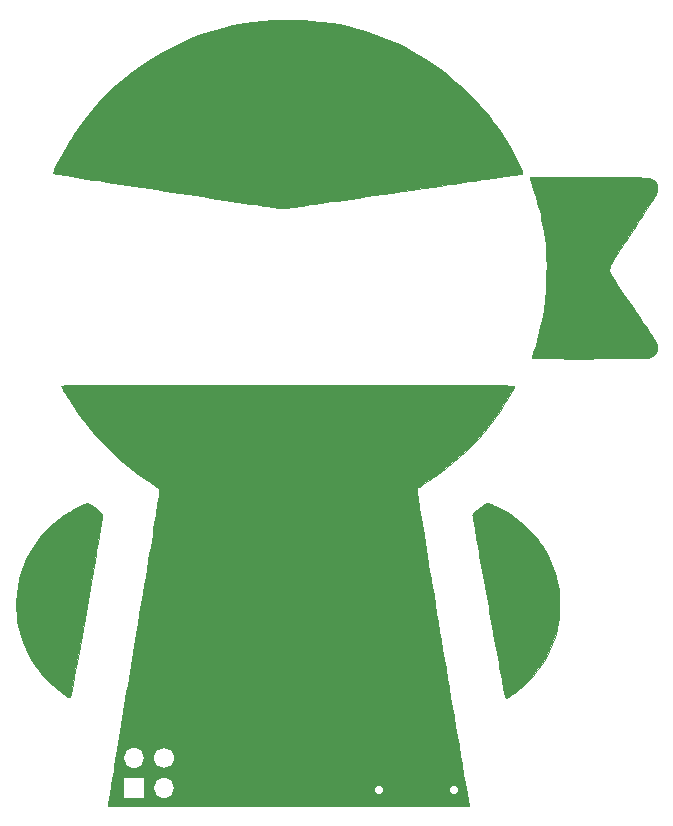
<source format=gbr>
G04 #@! TF.GenerationSoftware,KiCad,Pcbnew,(5.1.5)-3*
G04 #@! TF.CreationDate,2020-08-11T16:55:22+02:00*
G04 #@! TF.ProjectId,Badge addon Ninja prize,42616467-6520-4616-9464-6f6e204e696e,rev?*
G04 #@! TF.SameCoordinates,Original*
G04 #@! TF.FileFunction,Legend,Top*
G04 #@! TF.FilePolarity,Positive*
%FSLAX46Y46*%
G04 Gerber Fmt 4.6, Leading zero omitted, Abs format (unit mm)*
G04 Created by KiCad (PCBNEW (5.1.5)-3) date 2020-08-11 16:55:22*
%MOMM*%
%LPD*%
G04 APERTURE LIST*
%ADD10C,0.010000*%
%ADD11C,0.704800*%
%ADD12R,1.700000X1.700000*%
%ADD13O,1.700000X1.700000*%
%ADD14C,1.700000*%
G04 APERTURE END LIST*
D10*
G36*
X89842488Y-66393660D02*
G01*
X90722875Y-66429593D01*
X91184084Y-66462721D01*
X92140939Y-66562951D01*
X93086208Y-66703896D01*
X94019740Y-66885507D01*
X94941385Y-67107741D01*
X95850994Y-67370550D01*
X96748415Y-67673890D01*
X97633501Y-68017714D01*
X98506099Y-68401977D01*
X99366062Y-68826633D01*
X99936500Y-69134514D01*
X100660142Y-69558169D01*
X101373657Y-70014485D01*
X102072495Y-70499918D01*
X102752108Y-71010926D01*
X103407947Y-71543965D01*
X104035463Y-72095493D01*
X104630107Y-72661967D01*
X105135387Y-73183756D01*
X105692768Y-73802289D01*
X106212572Y-74420056D01*
X106699013Y-75043066D01*
X107156301Y-75677326D01*
X107588648Y-76328845D01*
X108000267Y-77003631D01*
X108395369Y-77707692D01*
X108658034Y-78208750D01*
X108786463Y-78462824D01*
X108894510Y-78681928D01*
X108982940Y-78867763D01*
X109052520Y-79022030D01*
X109104015Y-79146430D01*
X109138193Y-79242665D01*
X109155820Y-79312437D01*
X109156193Y-79314710D01*
X109162592Y-79372009D01*
X109154459Y-79402557D01*
X109127016Y-79420798D01*
X109120131Y-79423696D01*
X109089429Y-79430765D01*
X109021176Y-79442984D01*
X108919753Y-79459673D01*
X108789539Y-79480154D01*
X108634913Y-79503749D01*
X108460256Y-79529778D01*
X108269947Y-79557563D01*
X108085667Y-79583970D01*
X107967239Y-79600882D01*
X107809442Y-79623562D01*
X107614794Y-79651644D01*
X107385812Y-79684763D01*
X107125013Y-79722550D01*
X106834915Y-79764642D01*
X106518036Y-79810670D01*
X106176892Y-79860269D01*
X105814002Y-79913073D01*
X105431883Y-79968715D01*
X105033052Y-80026829D01*
X104620028Y-80087050D01*
X104195326Y-80149009D01*
X103761466Y-80212342D01*
X103320963Y-80276682D01*
X102876337Y-80341663D01*
X102614084Y-80380009D01*
X101638952Y-80522584D01*
X100705079Y-80659059D01*
X99811843Y-80789524D01*
X98958626Y-80914068D01*
X98144806Y-81032779D01*
X97369763Y-81145747D01*
X96632877Y-81253061D01*
X95933528Y-81354810D01*
X95271095Y-81451083D01*
X94644959Y-81541969D01*
X94054498Y-81627557D01*
X93499093Y-81707936D01*
X92978124Y-81783196D01*
X92490969Y-81853424D01*
X92037009Y-81918711D01*
X91615624Y-81979145D01*
X91226193Y-82034815D01*
X90868096Y-82085811D01*
X90540713Y-82132222D01*
X90243423Y-82174135D01*
X89975607Y-82211642D01*
X89736644Y-82244830D01*
X89525913Y-82273789D01*
X89342794Y-82298607D01*
X89186668Y-82319374D01*
X89056914Y-82336179D01*
X88952911Y-82349111D01*
X88874040Y-82358259D01*
X88819679Y-82363712D01*
X88789210Y-82365559D01*
X88784908Y-82365444D01*
X88745854Y-82360945D01*
X88680918Y-82351941D01*
X88622917Y-82343252D01*
X88581408Y-82336937D01*
X88501659Y-82324906D01*
X88387298Y-82307703D01*
X88241953Y-82285871D01*
X88069251Y-82259956D01*
X87872821Y-82230500D01*
X87656291Y-82198050D01*
X87423288Y-82163147D01*
X87177441Y-82126338D01*
X86949778Y-82092266D01*
X86515341Y-82027139D01*
X86049069Y-81957010D01*
X85553460Y-81882264D01*
X85031013Y-81803284D01*
X84484228Y-81720454D01*
X83915602Y-81634158D01*
X83327635Y-81544781D01*
X82722826Y-81452706D01*
X82103674Y-81358316D01*
X81472677Y-81261997D01*
X80832334Y-81164132D01*
X80185144Y-81065104D01*
X79533606Y-80965299D01*
X78880218Y-80865099D01*
X78227481Y-80764889D01*
X77577891Y-80665053D01*
X76933949Y-80565974D01*
X76298154Y-80468037D01*
X75673003Y-80371625D01*
X75060996Y-80277123D01*
X74464631Y-80184914D01*
X73886409Y-80095382D01*
X73328826Y-80008912D01*
X72794383Y-79925887D01*
X72285578Y-79846691D01*
X71804910Y-79771708D01*
X71354877Y-79701322D01*
X70937980Y-79635918D01*
X70556715Y-79575878D01*
X70213583Y-79521587D01*
X70059750Y-79497140D01*
X69903245Y-79471774D01*
X69760227Y-79447729D01*
X69636073Y-79425977D01*
X69536159Y-79407492D01*
X69465862Y-79393246D01*
X69430559Y-79384213D01*
X69427709Y-79382780D01*
X69423568Y-79351429D01*
X69440112Y-79286054D01*
X69476205Y-79188902D01*
X69530707Y-79062224D01*
X69602480Y-78908268D01*
X69690387Y-78729283D01*
X69793288Y-78527519D01*
X69910046Y-78305224D01*
X70039521Y-78064648D01*
X70180577Y-77808039D01*
X70332075Y-77537647D01*
X70492875Y-77255720D01*
X70584323Y-77097500D01*
X70800639Y-76730425D01*
X71007610Y-76391349D01*
X71210674Y-76072358D01*
X71415275Y-75765536D01*
X71626853Y-75462968D01*
X71850848Y-75156741D01*
X72092703Y-74838940D01*
X72357858Y-74501649D01*
X72436581Y-74403182D01*
X72829636Y-73923216D01*
X73212502Y-73477119D01*
X73590741Y-73059467D01*
X73969915Y-72664836D01*
X74355587Y-72287801D01*
X74753321Y-71922937D01*
X75168678Y-71564822D01*
X75607222Y-71208030D01*
X76074515Y-70847136D01*
X76113417Y-70817843D01*
X76910709Y-70243356D01*
X77720356Y-69709311D01*
X78542783Y-69215530D01*
X79378414Y-68761840D01*
X80227676Y-68348062D01*
X81090992Y-67974022D01*
X81968788Y-67639543D01*
X82861488Y-67344448D01*
X83769518Y-67088563D01*
X84693302Y-66871711D01*
X85633265Y-66693715D01*
X86316153Y-66590084D01*
X87180727Y-66490418D01*
X88062550Y-66424304D01*
X88952759Y-66391974D01*
X89842488Y-66393660D01*
G37*
X89842488Y-66393660D02*
X90722875Y-66429593D01*
X91184084Y-66462721D01*
X92140939Y-66562951D01*
X93086208Y-66703896D01*
X94019740Y-66885507D01*
X94941385Y-67107741D01*
X95850994Y-67370550D01*
X96748415Y-67673890D01*
X97633501Y-68017714D01*
X98506099Y-68401977D01*
X99366062Y-68826633D01*
X99936500Y-69134514D01*
X100660142Y-69558169D01*
X101373657Y-70014485D01*
X102072495Y-70499918D01*
X102752108Y-71010926D01*
X103407947Y-71543965D01*
X104035463Y-72095493D01*
X104630107Y-72661967D01*
X105135387Y-73183756D01*
X105692768Y-73802289D01*
X106212572Y-74420056D01*
X106699013Y-75043066D01*
X107156301Y-75677326D01*
X107588648Y-76328845D01*
X108000267Y-77003631D01*
X108395369Y-77707692D01*
X108658034Y-78208750D01*
X108786463Y-78462824D01*
X108894510Y-78681928D01*
X108982940Y-78867763D01*
X109052520Y-79022030D01*
X109104015Y-79146430D01*
X109138193Y-79242665D01*
X109155820Y-79312437D01*
X109156193Y-79314710D01*
X109162592Y-79372009D01*
X109154459Y-79402557D01*
X109127016Y-79420798D01*
X109120131Y-79423696D01*
X109089429Y-79430765D01*
X109021176Y-79442984D01*
X108919753Y-79459673D01*
X108789539Y-79480154D01*
X108634913Y-79503749D01*
X108460256Y-79529778D01*
X108269947Y-79557563D01*
X108085667Y-79583970D01*
X107967239Y-79600882D01*
X107809442Y-79623562D01*
X107614794Y-79651644D01*
X107385812Y-79684763D01*
X107125013Y-79722550D01*
X106834915Y-79764642D01*
X106518036Y-79810670D01*
X106176892Y-79860269D01*
X105814002Y-79913073D01*
X105431883Y-79968715D01*
X105033052Y-80026829D01*
X104620028Y-80087050D01*
X104195326Y-80149009D01*
X103761466Y-80212342D01*
X103320963Y-80276682D01*
X102876337Y-80341663D01*
X102614084Y-80380009D01*
X101638952Y-80522584D01*
X100705079Y-80659059D01*
X99811843Y-80789524D01*
X98958626Y-80914068D01*
X98144806Y-81032779D01*
X97369763Y-81145747D01*
X96632877Y-81253061D01*
X95933528Y-81354810D01*
X95271095Y-81451083D01*
X94644959Y-81541969D01*
X94054498Y-81627557D01*
X93499093Y-81707936D01*
X92978124Y-81783196D01*
X92490969Y-81853424D01*
X92037009Y-81918711D01*
X91615624Y-81979145D01*
X91226193Y-82034815D01*
X90868096Y-82085811D01*
X90540713Y-82132222D01*
X90243423Y-82174135D01*
X89975607Y-82211642D01*
X89736644Y-82244830D01*
X89525913Y-82273789D01*
X89342794Y-82298607D01*
X89186668Y-82319374D01*
X89056914Y-82336179D01*
X88952911Y-82349111D01*
X88874040Y-82358259D01*
X88819679Y-82363712D01*
X88789210Y-82365559D01*
X88784908Y-82365444D01*
X88745854Y-82360945D01*
X88680918Y-82351941D01*
X88622917Y-82343252D01*
X88581408Y-82336937D01*
X88501659Y-82324906D01*
X88387298Y-82307703D01*
X88241953Y-82285871D01*
X88069251Y-82259956D01*
X87872821Y-82230500D01*
X87656291Y-82198050D01*
X87423288Y-82163147D01*
X87177441Y-82126338D01*
X86949778Y-82092266D01*
X86515341Y-82027139D01*
X86049069Y-81957010D01*
X85553460Y-81882264D01*
X85031013Y-81803284D01*
X84484228Y-81720454D01*
X83915602Y-81634158D01*
X83327635Y-81544781D01*
X82722826Y-81452706D01*
X82103674Y-81358316D01*
X81472677Y-81261997D01*
X80832334Y-81164132D01*
X80185144Y-81065104D01*
X79533606Y-80965299D01*
X78880218Y-80865099D01*
X78227481Y-80764889D01*
X77577891Y-80665053D01*
X76933949Y-80565974D01*
X76298154Y-80468037D01*
X75673003Y-80371625D01*
X75060996Y-80277123D01*
X74464631Y-80184914D01*
X73886409Y-80095382D01*
X73328826Y-80008912D01*
X72794383Y-79925887D01*
X72285578Y-79846691D01*
X71804910Y-79771708D01*
X71354877Y-79701322D01*
X70937980Y-79635918D01*
X70556715Y-79575878D01*
X70213583Y-79521587D01*
X70059750Y-79497140D01*
X69903245Y-79471774D01*
X69760227Y-79447729D01*
X69636073Y-79425977D01*
X69536159Y-79407492D01*
X69465862Y-79393246D01*
X69430559Y-79384213D01*
X69427709Y-79382780D01*
X69423568Y-79351429D01*
X69440112Y-79286054D01*
X69476205Y-79188902D01*
X69530707Y-79062224D01*
X69602480Y-78908268D01*
X69690387Y-78729283D01*
X69793288Y-78527519D01*
X69910046Y-78305224D01*
X70039521Y-78064648D01*
X70180577Y-77808039D01*
X70332075Y-77537647D01*
X70492875Y-77255720D01*
X70584323Y-77097500D01*
X70800639Y-76730425D01*
X71007610Y-76391349D01*
X71210674Y-76072358D01*
X71415275Y-75765536D01*
X71626853Y-75462968D01*
X71850848Y-75156741D01*
X72092703Y-74838940D01*
X72357858Y-74501649D01*
X72436581Y-74403182D01*
X72829636Y-73923216D01*
X73212502Y-73477119D01*
X73590741Y-73059467D01*
X73969915Y-72664836D01*
X74355587Y-72287801D01*
X74753321Y-71922937D01*
X75168678Y-71564822D01*
X75607222Y-71208030D01*
X76074515Y-70847136D01*
X76113417Y-70817843D01*
X76910709Y-70243356D01*
X77720356Y-69709311D01*
X78542783Y-69215530D01*
X79378414Y-68761840D01*
X80227676Y-68348062D01*
X81090992Y-67974022D01*
X81968788Y-67639543D01*
X82861488Y-67344448D01*
X83769518Y-67088563D01*
X84693302Y-66871711D01*
X85633265Y-66693715D01*
X86316153Y-66590084D01*
X87180727Y-66490418D01*
X88062550Y-66424304D01*
X88952759Y-66391974D01*
X89842488Y-66393660D01*
G36*
X113230518Y-79704749D02*
G01*
X113602712Y-79704974D01*
X113979117Y-79705417D01*
X114356800Y-79706077D01*
X114732827Y-79706953D01*
X115104267Y-79708043D01*
X115468187Y-79709346D01*
X115821655Y-79710862D01*
X116161738Y-79712589D01*
X116485503Y-79714525D01*
X116790018Y-79716671D01*
X117072351Y-79719024D01*
X117329569Y-79721584D01*
X117388417Y-79722243D01*
X117769445Y-79726792D01*
X118110649Y-79731338D01*
X118414536Y-79736040D01*
X118683615Y-79741056D01*
X118920394Y-79746547D01*
X119127380Y-79752670D01*
X119307083Y-79759587D01*
X119462011Y-79767455D01*
X119594671Y-79776434D01*
X119707572Y-79786683D01*
X119803222Y-79798362D01*
X119884129Y-79811630D01*
X119952802Y-79826646D01*
X120011749Y-79843569D01*
X120063478Y-79862559D01*
X120110497Y-79883775D01*
X120135681Y-79896675D01*
X120246912Y-79970439D01*
X120353903Y-80067357D01*
X120446065Y-80175997D01*
X120512805Y-80284930D01*
X120527734Y-80319765D01*
X120577956Y-80500709D01*
X120590286Y-80678035D01*
X120564190Y-80856660D01*
X120499137Y-81041503D01*
X120435906Y-81166959D01*
X120365190Y-81291575D01*
X120285686Y-81427572D01*
X120196196Y-81576817D01*
X120095522Y-81741176D01*
X119982465Y-81922516D01*
X119855826Y-82122703D01*
X119714407Y-82343602D01*
X119557009Y-82587081D01*
X119382434Y-82855005D01*
X119189483Y-83149239D01*
X118976957Y-83471652D01*
X118743658Y-83824108D01*
X118488387Y-84208474D01*
X118318642Y-84463500D01*
X118094756Y-84799897D01*
X117893199Y-85103390D01*
X117712590Y-85376145D01*
X117551549Y-85620327D01*
X117408693Y-85838103D01*
X117282642Y-86031639D01*
X117172014Y-86203101D01*
X117075430Y-86354654D01*
X116991507Y-86488465D01*
X116918865Y-86606700D01*
X116856122Y-86711525D01*
X116801898Y-86805106D01*
X116754811Y-86889609D01*
X116713480Y-86967200D01*
X116678902Y-87035250D01*
X116598943Y-87204723D01*
X116542672Y-87346761D01*
X116509180Y-87468385D01*
X116497560Y-87576614D01*
X116506902Y-87678468D01*
X116536298Y-87780967D01*
X116571662Y-87863976D01*
X116594048Y-87907212D01*
X116627967Y-87966281D01*
X116674263Y-88042441D01*
X116733780Y-88136946D01*
X116807364Y-88251054D01*
X116895858Y-88386020D01*
X117000107Y-88543101D01*
X117120955Y-88723551D01*
X117259246Y-88928628D01*
X117415826Y-89159588D01*
X117591537Y-89417686D01*
X117787226Y-89704179D01*
X118003735Y-90020322D01*
X118241909Y-90367372D01*
X118502594Y-90746585D01*
X118786632Y-91159216D01*
X118796355Y-91173333D01*
X119010728Y-91485073D01*
X119214729Y-91782729D01*
X119407112Y-92064446D01*
X119586633Y-92328368D01*
X119752047Y-92572640D01*
X119902107Y-92795407D01*
X120035567Y-92994813D01*
X120151184Y-93169003D01*
X120247711Y-93316123D01*
X120323902Y-93434316D01*
X120378513Y-93521728D01*
X120410297Y-93576502D01*
X120412548Y-93580852D01*
X120482885Y-93763049D01*
X120524886Y-93974704D01*
X120538051Y-94189583D01*
X120532028Y-94363401D01*
X120509215Y-94503868D01*
X120465660Y-94617973D01*
X120397411Y-94712705D01*
X120300516Y-94795053D01*
X120171024Y-94872005D01*
X120144530Y-94885532D01*
X120034976Y-94935582D01*
X119925195Y-94974283D01*
X119804747Y-95004212D01*
X119663192Y-95027949D01*
X119490088Y-95048072D01*
X119483917Y-95048684D01*
X119434519Y-95051473D01*
X119345337Y-95054171D01*
X119218922Y-95056774D01*
X119057822Y-95059275D01*
X118864587Y-95061670D01*
X118641768Y-95063952D01*
X118391913Y-95066117D01*
X118117572Y-95068159D01*
X117821295Y-95070072D01*
X117505632Y-95071850D01*
X117173133Y-95073490D01*
X116826346Y-95074984D01*
X116467821Y-95076327D01*
X116100109Y-95077515D01*
X115725758Y-95078541D01*
X115347319Y-95079400D01*
X114967342Y-95080086D01*
X114588374Y-95080595D01*
X114212968Y-95080920D01*
X113843671Y-95081056D01*
X113483034Y-95080998D01*
X113133607Y-95080740D01*
X112797938Y-95080277D01*
X112478578Y-95079602D01*
X112178077Y-95078712D01*
X111898983Y-95077600D01*
X111643847Y-95076260D01*
X111415218Y-95074688D01*
X111215647Y-95072877D01*
X111047681Y-95070823D01*
X110913872Y-95068520D01*
X110858500Y-95067218D01*
X110692639Y-95062445D01*
X110534033Y-95057203D01*
X110389476Y-95051770D01*
X110265763Y-95046420D01*
X110169688Y-95041431D01*
X110108046Y-95037078D01*
X110101792Y-95036455D01*
X110046098Y-95029856D01*
X110006418Y-95020103D01*
X109982390Y-95001770D01*
X109973654Y-94969434D01*
X109979847Y-94917668D01*
X110000608Y-94841048D01*
X110035575Y-94734149D01*
X110074135Y-94621434D01*
X110172330Y-94321195D01*
X110273913Y-93983667D01*
X110377688Y-93613645D01*
X110482461Y-93215926D01*
X110587038Y-92795306D01*
X110690223Y-92356579D01*
X110790822Y-91904542D01*
X110887640Y-91443990D01*
X110973272Y-91012074D01*
X111026076Y-90698716D01*
X111071940Y-90343687D01*
X111110857Y-89947077D01*
X111142822Y-89508977D01*
X111167830Y-89029478D01*
X111185874Y-88508668D01*
X111196950Y-87946640D01*
X111201051Y-87343483D01*
X111201069Y-87321000D01*
X111200092Y-86957124D01*
X111196393Y-86628973D01*
X111189485Y-86330001D01*
X111178879Y-86053657D01*
X111164087Y-85793393D01*
X111144623Y-85542662D01*
X111119998Y-85294914D01*
X111089725Y-85043601D01*
X111053316Y-84782175D01*
X111010283Y-84504087D01*
X110975648Y-84294167D01*
X110911461Y-83927977D01*
X110844184Y-83575158D01*
X110772299Y-83229691D01*
X110694289Y-82885557D01*
X110608636Y-82536737D01*
X110513822Y-82177212D01*
X110408330Y-81800963D01*
X110290642Y-81401971D01*
X110159240Y-80974217D01*
X110056532Y-80648951D01*
X110000166Y-80471190D01*
X109947819Y-80304223D01*
X109900924Y-80152768D01*
X109860917Y-80021541D01*
X109829231Y-79915257D01*
X109807303Y-79838635D01*
X109796566Y-79796389D01*
X109795793Y-79791701D01*
X109789584Y-79732750D01*
X110160000Y-79719454D01*
X110252938Y-79716976D01*
X110385277Y-79714730D01*
X110554082Y-79712714D01*
X110756424Y-79710927D01*
X110989367Y-79709368D01*
X111249981Y-79708037D01*
X111535333Y-79706931D01*
X111842490Y-79706050D01*
X112168519Y-79705392D01*
X112510488Y-79704957D01*
X112865465Y-79704743D01*
X113230518Y-79704749D01*
G37*
X113230518Y-79704749D02*
X113602712Y-79704974D01*
X113979117Y-79705417D01*
X114356800Y-79706077D01*
X114732827Y-79706953D01*
X115104267Y-79708043D01*
X115468187Y-79709346D01*
X115821655Y-79710862D01*
X116161738Y-79712589D01*
X116485503Y-79714525D01*
X116790018Y-79716671D01*
X117072351Y-79719024D01*
X117329569Y-79721584D01*
X117388417Y-79722243D01*
X117769445Y-79726792D01*
X118110649Y-79731338D01*
X118414536Y-79736040D01*
X118683615Y-79741056D01*
X118920394Y-79746547D01*
X119127380Y-79752670D01*
X119307083Y-79759587D01*
X119462011Y-79767455D01*
X119594671Y-79776434D01*
X119707572Y-79786683D01*
X119803222Y-79798362D01*
X119884129Y-79811630D01*
X119952802Y-79826646D01*
X120011749Y-79843569D01*
X120063478Y-79862559D01*
X120110497Y-79883775D01*
X120135681Y-79896675D01*
X120246912Y-79970439D01*
X120353903Y-80067357D01*
X120446065Y-80175997D01*
X120512805Y-80284930D01*
X120527734Y-80319765D01*
X120577956Y-80500709D01*
X120590286Y-80678035D01*
X120564190Y-80856660D01*
X120499137Y-81041503D01*
X120435906Y-81166959D01*
X120365190Y-81291575D01*
X120285686Y-81427572D01*
X120196196Y-81576817D01*
X120095522Y-81741176D01*
X119982465Y-81922516D01*
X119855826Y-82122703D01*
X119714407Y-82343602D01*
X119557009Y-82587081D01*
X119382434Y-82855005D01*
X119189483Y-83149239D01*
X118976957Y-83471652D01*
X118743658Y-83824108D01*
X118488387Y-84208474D01*
X118318642Y-84463500D01*
X118094756Y-84799897D01*
X117893199Y-85103390D01*
X117712590Y-85376145D01*
X117551549Y-85620327D01*
X117408693Y-85838103D01*
X117282642Y-86031639D01*
X117172014Y-86203101D01*
X117075430Y-86354654D01*
X116991507Y-86488465D01*
X116918865Y-86606700D01*
X116856122Y-86711525D01*
X116801898Y-86805106D01*
X116754811Y-86889609D01*
X116713480Y-86967200D01*
X116678902Y-87035250D01*
X116598943Y-87204723D01*
X116542672Y-87346761D01*
X116509180Y-87468385D01*
X116497560Y-87576614D01*
X116506902Y-87678468D01*
X116536298Y-87780967D01*
X116571662Y-87863976D01*
X116594048Y-87907212D01*
X116627967Y-87966281D01*
X116674263Y-88042441D01*
X116733780Y-88136946D01*
X116807364Y-88251054D01*
X116895858Y-88386020D01*
X117000107Y-88543101D01*
X117120955Y-88723551D01*
X117259246Y-88928628D01*
X117415826Y-89159588D01*
X117591537Y-89417686D01*
X117787226Y-89704179D01*
X118003735Y-90020322D01*
X118241909Y-90367372D01*
X118502594Y-90746585D01*
X118786632Y-91159216D01*
X118796355Y-91173333D01*
X119010728Y-91485073D01*
X119214729Y-91782729D01*
X119407112Y-92064446D01*
X119586633Y-92328368D01*
X119752047Y-92572640D01*
X119902107Y-92795407D01*
X120035567Y-92994813D01*
X120151184Y-93169003D01*
X120247711Y-93316123D01*
X120323902Y-93434316D01*
X120378513Y-93521728D01*
X120410297Y-93576502D01*
X120412548Y-93580852D01*
X120482885Y-93763049D01*
X120524886Y-93974704D01*
X120538051Y-94189583D01*
X120532028Y-94363401D01*
X120509215Y-94503868D01*
X120465660Y-94617973D01*
X120397411Y-94712705D01*
X120300516Y-94795053D01*
X120171024Y-94872005D01*
X120144530Y-94885532D01*
X120034976Y-94935582D01*
X119925195Y-94974283D01*
X119804747Y-95004212D01*
X119663192Y-95027949D01*
X119490088Y-95048072D01*
X119483917Y-95048684D01*
X119434519Y-95051473D01*
X119345337Y-95054171D01*
X119218922Y-95056774D01*
X119057822Y-95059275D01*
X118864587Y-95061670D01*
X118641768Y-95063952D01*
X118391913Y-95066117D01*
X118117572Y-95068159D01*
X117821295Y-95070072D01*
X117505632Y-95071850D01*
X117173133Y-95073490D01*
X116826346Y-95074984D01*
X116467821Y-95076327D01*
X116100109Y-95077515D01*
X115725758Y-95078541D01*
X115347319Y-95079400D01*
X114967342Y-95080086D01*
X114588374Y-95080595D01*
X114212968Y-95080920D01*
X113843671Y-95081056D01*
X113483034Y-95080998D01*
X113133607Y-95080740D01*
X112797938Y-95080277D01*
X112478578Y-95079602D01*
X112178077Y-95078712D01*
X111898983Y-95077600D01*
X111643847Y-95076260D01*
X111415218Y-95074688D01*
X111215647Y-95072877D01*
X111047681Y-95070823D01*
X110913872Y-95068520D01*
X110858500Y-95067218D01*
X110692639Y-95062445D01*
X110534033Y-95057203D01*
X110389476Y-95051770D01*
X110265763Y-95046420D01*
X110169688Y-95041431D01*
X110108046Y-95037078D01*
X110101792Y-95036455D01*
X110046098Y-95029856D01*
X110006418Y-95020103D01*
X109982390Y-95001770D01*
X109973654Y-94969434D01*
X109979847Y-94917668D01*
X110000608Y-94841048D01*
X110035575Y-94734149D01*
X110074135Y-94621434D01*
X110172330Y-94321195D01*
X110273913Y-93983667D01*
X110377688Y-93613645D01*
X110482461Y-93215926D01*
X110587038Y-92795306D01*
X110690223Y-92356579D01*
X110790822Y-91904542D01*
X110887640Y-91443990D01*
X110973272Y-91012074D01*
X111026076Y-90698716D01*
X111071940Y-90343687D01*
X111110857Y-89947077D01*
X111142822Y-89508977D01*
X111167830Y-89029478D01*
X111185874Y-88508668D01*
X111196950Y-87946640D01*
X111201051Y-87343483D01*
X111201069Y-87321000D01*
X111200092Y-86957124D01*
X111196393Y-86628973D01*
X111189485Y-86330001D01*
X111178879Y-86053657D01*
X111164087Y-85793393D01*
X111144623Y-85542662D01*
X111119998Y-85294914D01*
X111089725Y-85043601D01*
X111053316Y-84782175D01*
X111010283Y-84504087D01*
X110975648Y-84294167D01*
X110911461Y-83927977D01*
X110844184Y-83575158D01*
X110772299Y-83229691D01*
X110694289Y-82885557D01*
X110608636Y-82536737D01*
X110513822Y-82177212D01*
X110408330Y-81800963D01*
X110290642Y-81401971D01*
X110159240Y-80974217D01*
X110056532Y-80648951D01*
X110000166Y-80471190D01*
X109947819Y-80304223D01*
X109900924Y-80152768D01*
X109860917Y-80021541D01*
X109829231Y-79915257D01*
X109807303Y-79838635D01*
X109796566Y-79796389D01*
X109795793Y-79791701D01*
X109789584Y-79732750D01*
X110160000Y-79719454D01*
X110252938Y-79716976D01*
X110385277Y-79714730D01*
X110554082Y-79712714D01*
X110756424Y-79710927D01*
X110989367Y-79709368D01*
X111249981Y-79708037D01*
X111535333Y-79706931D01*
X111842490Y-79706050D01*
X112168519Y-79705392D01*
X112510488Y-79704957D01*
X112865465Y-79704743D01*
X113230518Y-79704749D01*
G36*
X72387645Y-107338204D02*
G01*
X72489688Y-107379514D01*
X72609558Y-107443223D01*
X72741651Y-107525126D01*
X72880365Y-107621019D01*
X73020097Y-107726695D01*
X73155244Y-107837949D01*
X73280204Y-107950577D01*
X73389375Y-108060372D01*
X73477152Y-108163130D01*
X73529435Y-108239528D01*
X73544031Y-108262795D01*
X73556325Y-108281738D01*
X73565968Y-108300079D01*
X73572606Y-108321539D01*
X73575891Y-108349839D01*
X73575469Y-108388700D01*
X73570990Y-108441844D01*
X73562103Y-108512991D01*
X73548456Y-108605863D01*
X73529698Y-108724181D01*
X73505479Y-108871666D01*
X73475445Y-109052039D01*
X73439248Y-109269021D01*
X73423099Y-109366083D01*
X73379956Y-109624338D01*
X73331298Y-109913095D01*
X73277481Y-110230337D01*
X73218861Y-110574043D01*
X73155794Y-110942192D01*
X73088637Y-111332766D01*
X73017747Y-111743744D01*
X72943478Y-112173107D01*
X72866188Y-112618835D01*
X72786233Y-113078908D01*
X72703969Y-113551306D01*
X72619753Y-114034010D01*
X72533940Y-114524999D01*
X72446887Y-115022254D01*
X72358951Y-115523755D01*
X72270486Y-116027482D01*
X72181851Y-116531415D01*
X72093401Y-117033535D01*
X72005492Y-117531822D01*
X71918480Y-118024256D01*
X71832722Y-118508817D01*
X71748575Y-118983485D01*
X71666394Y-119446241D01*
X71586535Y-119895064D01*
X71509356Y-120327936D01*
X71435212Y-120742835D01*
X71364459Y-121137743D01*
X71297454Y-121510639D01*
X71234553Y-121859504D01*
X71176112Y-122182317D01*
X71122488Y-122477060D01*
X71074037Y-122741712D01*
X71031115Y-122974253D01*
X70994078Y-123172664D01*
X70963283Y-123334925D01*
X70939086Y-123459016D01*
X70925422Y-123526109D01*
X70896286Y-123642017D01*
X70863121Y-123718566D01*
X70821199Y-123758726D01*
X70765793Y-123765463D01*
X70692174Y-123741749D01*
X70631250Y-123710823D01*
X70430747Y-123589657D01*
X70210828Y-123437938D01*
X69976090Y-123259976D01*
X69731133Y-123060082D01*
X69480554Y-122842565D01*
X69228952Y-122611735D01*
X68980925Y-122371902D01*
X68741073Y-122127376D01*
X68513994Y-121882466D01*
X68304285Y-121641483D01*
X68116546Y-121408736D01*
X67984298Y-121230000D01*
X67655137Y-120729162D01*
X67359424Y-120207477D01*
X67097950Y-119667915D01*
X66871507Y-119113442D01*
X66680888Y-118547027D01*
X66526883Y-117971637D01*
X66410284Y-117390239D01*
X66331884Y-116805803D01*
X66292474Y-116221295D01*
X66292846Y-115639683D01*
X66333791Y-115063936D01*
X66335375Y-115049333D01*
X66425151Y-114410452D01*
X66552695Y-113790596D01*
X66718268Y-113189160D01*
X66922132Y-112605539D01*
X67164548Y-112039128D01*
X67445777Y-111489322D01*
X67766080Y-110955515D01*
X68125720Y-110437102D01*
X68524956Y-109933479D01*
X68564285Y-109887164D01*
X68841422Y-109584914D01*
X69158578Y-109279813D01*
X69513681Y-108973553D01*
X69904661Y-108667828D01*
X70329448Y-108364327D01*
X70785971Y-108064745D01*
X70821750Y-108042282D01*
X70990274Y-107939943D01*
X71167355Y-107838054D01*
X71348090Y-107738986D01*
X71527572Y-107645110D01*
X71700895Y-107558796D01*
X71863156Y-107482415D01*
X72009448Y-107418338D01*
X72134866Y-107368935D01*
X72234504Y-107336578D01*
X72303458Y-107323636D01*
X72309030Y-107323500D01*
X72387645Y-107338204D01*
G37*
X72387645Y-107338204D02*
X72489688Y-107379514D01*
X72609558Y-107443223D01*
X72741651Y-107525126D01*
X72880365Y-107621019D01*
X73020097Y-107726695D01*
X73155244Y-107837949D01*
X73280204Y-107950577D01*
X73389375Y-108060372D01*
X73477152Y-108163130D01*
X73529435Y-108239528D01*
X73544031Y-108262795D01*
X73556325Y-108281738D01*
X73565968Y-108300079D01*
X73572606Y-108321539D01*
X73575891Y-108349839D01*
X73575469Y-108388700D01*
X73570990Y-108441844D01*
X73562103Y-108512991D01*
X73548456Y-108605863D01*
X73529698Y-108724181D01*
X73505479Y-108871666D01*
X73475445Y-109052039D01*
X73439248Y-109269021D01*
X73423099Y-109366083D01*
X73379956Y-109624338D01*
X73331298Y-109913095D01*
X73277481Y-110230337D01*
X73218861Y-110574043D01*
X73155794Y-110942192D01*
X73088637Y-111332766D01*
X73017747Y-111743744D01*
X72943478Y-112173107D01*
X72866188Y-112618835D01*
X72786233Y-113078908D01*
X72703969Y-113551306D01*
X72619753Y-114034010D01*
X72533940Y-114524999D01*
X72446887Y-115022254D01*
X72358951Y-115523755D01*
X72270486Y-116027482D01*
X72181851Y-116531415D01*
X72093401Y-117033535D01*
X72005492Y-117531822D01*
X71918480Y-118024256D01*
X71832722Y-118508817D01*
X71748575Y-118983485D01*
X71666394Y-119446241D01*
X71586535Y-119895064D01*
X71509356Y-120327936D01*
X71435212Y-120742835D01*
X71364459Y-121137743D01*
X71297454Y-121510639D01*
X71234553Y-121859504D01*
X71176112Y-122182317D01*
X71122488Y-122477060D01*
X71074037Y-122741712D01*
X71031115Y-122974253D01*
X70994078Y-123172664D01*
X70963283Y-123334925D01*
X70939086Y-123459016D01*
X70925422Y-123526109D01*
X70896286Y-123642017D01*
X70863121Y-123718566D01*
X70821199Y-123758726D01*
X70765793Y-123765463D01*
X70692174Y-123741749D01*
X70631250Y-123710823D01*
X70430747Y-123589657D01*
X70210828Y-123437938D01*
X69976090Y-123259976D01*
X69731133Y-123060082D01*
X69480554Y-122842565D01*
X69228952Y-122611735D01*
X68980925Y-122371902D01*
X68741073Y-122127376D01*
X68513994Y-121882466D01*
X68304285Y-121641483D01*
X68116546Y-121408736D01*
X67984298Y-121230000D01*
X67655137Y-120729162D01*
X67359424Y-120207477D01*
X67097950Y-119667915D01*
X66871507Y-119113442D01*
X66680888Y-118547027D01*
X66526883Y-117971637D01*
X66410284Y-117390239D01*
X66331884Y-116805803D01*
X66292474Y-116221295D01*
X66292846Y-115639683D01*
X66333791Y-115063936D01*
X66335375Y-115049333D01*
X66425151Y-114410452D01*
X66552695Y-113790596D01*
X66718268Y-113189160D01*
X66922132Y-112605539D01*
X67164548Y-112039128D01*
X67445777Y-111489322D01*
X67766080Y-110955515D01*
X68125720Y-110437102D01*
X68524956Y-109933479D01*
X68564285Y-109887164D01*
X68841422Y-109584914D01*
X69158578Y-109279813D01*
X69513681Y-108973553D01*
X69904661Y-108667828D01*
X70329448Y-108364327D01*
X70785971Y-108064745D01*
X70821750Y-108042282D01*
X70990274Y-107939943D01*
X71167355Y-107838054D01*
X71348090Y-107738986D01*
X71527572Y-107645110D01*
X71700895Y-107558796D01*
X71863156Y-107482415D01*
X72009448Y-107418338D01*
X72134866Y-107368935D01*
X72234504Y-107336578D01*
X72303458Y-107323636D01*
X72309030Y-107323500D01*
X72387645Y-107338204D01*
G36*
X106285330Y-107337277D02*
G01*
X106343086Y-107345214D01*
X106406254Y-107361982D01*
X106484817Y-107390402D01*
X106588759Y-107433290D01*
X106625167Y-107448875D01*
X107083799Y-107663582D01*
X107541560Y-107911615D01*
X107994084Y-108189393D01*
X108437006Y-108493334D01*
X108865962Y-108819855D01*
X109276587Y-109165374D01*
X109664515Y-109526311D01*
X110025383Y-109899082D01*
X110354824Y-110280107D01*
X110648474Y-110665802D01*
X110779891Y-110858333D01*
X110995228Y-111207116D01*
X111202333Y-111582472D01*
X111398493Y-111977565D01*
X111580993Y-112385558D01*
X111747119Y-112799612D01*
X111894158Y-113212891D01*
X112019393Y-113618557D01*
X112120113Y-114009773D01*
X112193601Y-114379702D01*
X112204120Y-114446083D01*
X112217494Y-114559831D01*
X112229204Y-114710829D01*
X112239137Y-114894025D01*
X112247175Y-115104364D01*
X112253205Y-115336793D01*
X112257111Y-115586257D01*
X112258777Y-115847703D01*
X112258089Y-116116077D01*
X112254930Y-116386325D01*
X112251929Y-116541583D01*
X112245668Y-116775072D01*
X112237450Y-116974837D01*
X112226189Y-117149477D01*
X112210800Y-117307593D01*
X112190196Y-117457786D01*
X112163292Y-117608655D01*
X112129001Y-117768800D01*
X112086238Y-117946822D01*
X112062793Y-118039549D01*
X111882935Y-118659847D01*
X111665861Y-119259996D01*
X111411680Y-119839798D01*
X111120504Y-120399053D01*
X110792443Y-120937562D01*
X110427607Y-121455126D01*
X110026106Y-121951546D01*
X109689550Y-122321859D01*
X109567998Y-122444507D01*
X109429426Y-122576385D01*
X109277494Y-122714618D01*
X109115860Y-122856335D01*
X108948185Y-122998663D01*
X108778127Y-123138728D01*
X108609347Y-123273658D01*
X108445503Y-123400580D01*
X108290254Y-123516621D01*
X108147262Y-123618908D01*
X108020183Y-123704569D01*
X107912679Y-123770730D01*
X107828408Y-123814520D01*
X107771030Y-123833064D01*
X107764027Y-123833500D01*
X107731736Y-123813915D01*
X107706108Y-123754075D01*
X107704768Y-123749209D01*
X107687968Y-123679859D01*
X107664194Y-123571150D01*
X107633882Y-123425405D01*
X107597470Y-123244945D01*
X107555392Y-123032090D01*
X107508087Y-122789162D01*
X107455992Y-122518483D01*
X107399542Y-122222374D01*
X107339175Y-121903156D01*
X107275327Y-121563151D01*
X107208436Y-121204679D01*
X107138938Y-120830063D01*
X107067269Y-120441623D01*
X106993867Y-120041681D01*
X106919168Y-119632558D01*
X106843609Y-119216576D01*
X106767626Y-118796056D01*
X106691657Y-118373319D01*
X106659308Y-118192583D01*
X106590265Y-117805999D01*
X106518778Y-117405035D01*
X106445192Y-116991669D01*
X106369855Y-116567874D01*
X106293115Y-116135628D01*
X106215317Y-115696905D01*
X106136810Y-115253682D01*
X106057939Y-114807933D01*
X105979053Y-114361635D01*
X105900497Y-113916763D01*
X105822620Y-113475293D01*
X105745768Y-113039200D01*
X105670288Y-112610459D01*
X105596527Y-112191048D01*
X105524832Y-111782941D01*
X105455549Y-111388113D01*
X105389027Y-111008541D01*
X105325612Y-110646200D01*
X105265651Y-110303066D01*
X105209492Y-109981114D01*
X105157480Y-109682320D01*
X105109963Y-109408660D01*
X105067288Y-109162109D01*
X105029802Y-108944642D01*
X104997852Y-108758237D01*
X104971786Y-108604867D01*
X104951949Y-108486509D01*
X104938689Y-108405138D01*
X104932353Y-108362730D01*
X104931834Y-108357269D01*
X104940416Y-108299252D01*
X104967722Y-108236022D01*
X105016087Y-108165254D01*
X105087847Y-108084623D01*
X105185339Y-107991804D01*
X105310899Y-107884472D01*
X105466863Y-107760303D01*
X105655568Y-107616970D01*
X105734891Y-107558071D01*
X105850159Y-107474815D01*
X105940989Y-107414943D01*
X106015481Y-107374758D01*
X106081736Y-107350562D01*
X106147856Y-107338661D01*
X106221941Y-107335357D01*
X106223000Y-107335355D01*
X106285330Y-107337277D01*
G37*
X106285330Y-107337277D02*
X106343086Y-107345214D01*
X106406254Y-107361982D01*
X106484817Y-107390402D01*
X106588759Y-107433290D01*
X106625167Y-107448875D01*
X107083799Y-107663582D01*
X107541560Y-107911615D01*
X107994084Y-108189393D01*
X108437006Y-108493334D01*
X108865962Y-108819855D01*
X109276587Y-109165374D01*
X109664515Y-109526311D01*
X110025383Y-109899082D01*
X110354824Y-110280107D01*
X110648474Y-110665802D01*
X110779891Y-110858333D01*
X110995228Y-111207116D01*
X111202333Y-111582472D01*
X111398493Y-111977565D01*
X111580993Y-112385558D01*
X111747119Y-112799612D01*
X111894158Y-113212891D01*
X112019393Y-113618557D01*
X112120113Y-114009773D01*
X112193601Y-114379702D01*
X112204120Y-114446083D01*
X112217494Y-114559831D01*
X112229204Y-114710829D01*
X112239137Y-114894025D01*
X112247175Y-115104364D01*
X112253205Y-115336793D01*
X112257111Y-115586257D01*
X112258777Y-115847703D01*
X112258089Y-116116077D01*
X112254930Y-116386325D01*
X112251929Y-116541583D01*
X112245668Y-116775072D01*
X112237450Y-116974837D01*
X112226189Y-117149477D01*
X112210800Y-117307593D01*
X112190196Y-117457786D01*
X112163292Y-117608655D01*
X112129001Y-117768800D01*
X112086238Y-117946822D01*
X112062793Y-118039549D01*
X111882935Y-118659847D01*
X111665861Y-119259996D01*
X111411680Y-119839798D01*
X111120504Y-120399053D01*
X110792443Y-120937562D01*
X110427607Y-121455126D01*
X110026106Y-121951546D01*
X109689550Y-122321859D01*
X109567998Y-122444507D01*
X109429426Y-122576385D01*
X109277494Y-122714618D01*
X109115860Y-122856335D01*
X108948185Y-122998663D01*
X108778127Y-123138728D01*
X108609347Y-123273658D01*
X108445503Y-123400580D01*
X108290254Y-123516621D01*
X108147262Y-123618908D01*
X108020183Y-123704569D01*
X107912679Y-123770730D01*
X107828408Y-123814520D01*
X107771030Y-123833064D01*
X107764027Y-123833500D01*
X107731736Y-123813915D01*
X107706108Y-123754075D01*
X107704768Y-123749209D01*
X107687968Y-123679859D01*
X107664194Y-123571150D01*
X107633882Y-123425405D01*
X107597470Y-123244945D01*
X107555392Y-123032090D01*
X107508087Y-122789162D01*
X107455992Y-122518483D01*
X107399542Y-122222374D01*
X107339175Y-121903156D01*
X107275327Y-121563151D01*
X107208436Y-121204679D01*
X107138938Y-120830063D01*
X107067269Y-120441623D01*
X106993867Y-120041681D01*
X106919168Y-119632558D01*
X106843609Y-119216576D01*
X106767626Y-118796056D01*
X106691657Y-118373319D01*
X106659308Y-118192583D01*
X106590265Y-117805999D01*
X106518778Y-117405035D01*
X106445192Y-116991669D01*
X106369855Y-116567874D01*
X106293115Y-116135628D01*
X106215317Y-115696905D01*
X106136810Y-115253682D01*
X106057939Y-114807933D01*
X105979053Y-114361635D01*
X105900497Y-113916763D01*
X105822620Y-113475293D01*
X105745768Y-113039200D01*
X105670288Y-112610459D01*
X105596527Y-112191048D01*
X105524832Y-111782941D01*
X105455549Y-111388113D01*
X105389027Y-111008541D01*
X105325612Y-110646200D01*
X105265651Y-110303066D01*
X105209492Y-109981114D01*
X105157480Y-109682320D01*
X105109963Y-109408660D01*
X105067288Y-109162109D01*
X105029802Y-108944642D01*
X104997852Y-108758237D01*
X104971786Y-108604867D01*
X104951949Y-108486509D01*
X104938689Y-108405138D01*
X104932353Y-108362730D01*
X104931834Y-108357269D01*
X104940416Y-108299252D01*
X104967722Y-108236022D01*
X105016087Y-108165254D01*
X105087847Y-108084623D01*
X105185339Y-107991804D01*
X105310899Y-107884472D01*
X105466863Y-107760303D01*
X105655568Y-107616970D01*
X105734891Y-107558071D01*
X105850159Y-107474815D01*
X105940989Y-107414943D01*
X106015481Y-107374758D01*
X106081736Y-107350562D01*
X106147856Y-107338661D01*
X106221941Y-107335357D01*
X106223000Y-107335355D01*
X106285330Y-107337277D01*
G36*
X87015378Y-97315973D02*
G01*
X88004664Y-97316124D01*
X89014098Y-97316413D01*
X90042966Y-97316843D01*
X91090552Y-97317415D01*
X92156140Y-97318131D01*
X92507000Y-97318395D01*
X93494215Y-97319178D01*
X94439978Y-97319971D01*
X95345169Y-97320777D01*
X96210671Y-97321601D01*
X97037365Y-97322445D01*
X97826131Y-97323315D01*
X98577851Y-97324213D01*
X99293407Y-97325143D01*
X99973678Y-97326111D01*
X100619548Y-97327118D01*
X101231896Y-97328170D01*
X101811604Y-97329269D01*
X102359553Y-97330421D01*
X102876625Y-97331628D01*
X103363701Y-97332895D01*
X103821661Y-97334225D01*
X104251387Y-97335622D01*
X104653761Y-97337091D01*
X105029663Y-97338634D01*
X105379975Y-97340256D01*
X105705578Y-97341961D01*
X106007353Y-97343752D01*
X106286182Y-97345634D01*
X106542944Y-97347609D01*
X106778523Y-97349683D01*
X106993799Y-97351859D01*
X107189653Y-97354140D01*
X107366966Y-97356531D01*
X107526620Y-97359035D01*
X107669496Y-97361657D01*
X107796475Y-97364400D01*
X107908438Y-97367267D01*
X108006267Y-97370264D01*
X108090842Y-97373393D01*
X108163046Y-97376658D01*
X108223758Y-97380064D01*
X108273861Y-97383615D01*
X108314235Y-97387313D01*
X108315316Y-97387427D01*
X108449715Y-97401716D01*
X108437079Y-97464897D01*
X108412387Y-97543446D01*
X108364501Y-97652835D01*
X108295463Y-97789912D01*
X108207313Y-97951526D01*
X108102093Y-98134525D01*
X107981843Y-98335760D01*
X107848604Y-98552078D01*
X107704416Y-98780327D01*
X107551321Y-99017358D01*
X107391359Y-99260019D01*
X107226571Y-99505158D01*
X107058998Y-99749625D01*
X106890680Y-99990268D01*
X106723659Y-100223935D01*
X106559975Y-100447477D01*
X106401668Y-100657741D01*
X106250781Y-100851576D01*
X106213749Y-100897981D01*
X105804915Y-101387245D01*
X105359943Y-101882070D01*
X104883762Y-102377757D01*
X104381307Y-102869610D01*
X103857507Y-103352930D01*
X103317296Y-103823019D01*
X102765605Y-104275179D01*
X102254250Y-104669721D01*
X102089143Y-104792488D01*
X101932803Y-104906846D01*
X101778117Y-105017781D01*
X101617970Y-105130277D01*
X101445247Y-105249319D01*
X101252835Y-105379893D01*
X101033619Y-105526983D01*
X100973667Y-105567005D01*
X100767808Y-105705111D01*
X100596288Y-105821976D01*
X100457520Y-105918753D01*
X100349917Y-105996593D01*
X100271893Y-106056649D01*
X100221859Y-106100073D01*
X100198230Y-106128018D01*
X100196802Y-106131109D01*
X100196251Y-106160671D01*
X100201583Y-106225416D01*
X100212032Y-106318718D01*
X100226836Y-106433951D01*
X100245230Y-106564490D01*
X100252109Y-106610801D01*
X100288029Y-106846851D01*
X100330804Y-107123196D01*
X100380196Y-107438400D01*
X100435967Y-107791023D01*
X100497878Y-108179627D01*
X100565691Y-108602775D01*
X100639167Y-109059027D01*
X100718067Y-109546946D01*
X100802155Y-110065093D01*
X100891190Y-110612029D01*
X100984934Y-111186317D01*
X101083150Y-111786517D01*
X101185598Y-112411193D01*
X101292041Y-113058904D01*
X101402239Y-113728214D01*
X101515955Y-114417683D01*
X101632949Y-115125873D01*
X101752984Y-115851346D01*
X101875822Y-116592664D01*
X102001223Y-117348388D01*
X102128949Y-118117080D01*
X102258762Y-118897301D01*
X102390423Y-119687614D01*
X102523694Y-120486579D01*
X102658337Y-121292759D01*
X102794113Y-122104715D01*
X102930783Y-122921009D01*
X103068110Y-123740202D01*
X103205855Y-124560857D01*
X103343779Y-125381534D01*
X103481643Y-126200796D01*
X103619211Y-127017204D01*
X103756242Y-127829319D01*
X103892499Y-128635704D01*
X104027743Y-129434920D01*
X104161736Y-130225529D01*
X104294240Y-131006092D01*
X104366690Y-131432333D01*
X104627656Y-132966917D01*
X103811370Y-132979755D01*
X103751204Y-132980363D01*
X103650088Y-132980956D01*
X103509405Y-132981532D01*
X103330538Y-132982092D01*
X103114869Y-132982635D01*
X102863783Y-132983161D01*
X102578662Y-132983670D01*
X102260890Y-132984162D01*
X101911849Y-132984637D01*
X101532922Y-132985094D01*
X101125493Y-132985533D01*
X100690945Y-132985955D01*
X100230660Y-132986359D01*
X99746023Y-132986745D01*
X99238415Y-132987113D01*
X98709221Y-132987462D01*
X98159822Y-132987793D01*
X97591603Y-132988105D01*
X97005946Y-132988399D01*
X96404235Y-132988674D01*
X95787852Y-132988929D01*
X95158181Y-132989166D01*
X94516605Y-132989383D01*
X93864506Y-132989580D01*
X93203269Y-132989758D01*
X92534275Y-132989916D01*
X91858909Y-132990054D01*
X91178552Y-132990172D01*
X90494589Y-132990270D01*
X89808403Y-132990348D01*
X89121375Y-132990405D01*
X88434891Y-132990441D01*
X87750332Y-132990457D01*
X87069082Y-132990451D01*
X86392524Y-132990424D01*
X85722040Y-132990377D01*
X85059015Y-132990307D01*
X84404831Y-132990217D01*
X83760871Y-132990104D01*
X83128518Y-132989970D01*
X82509156Y-132989813D01*
X81904168Y-132989635D01*
X81314936Y-132989434D01*
X80742843Y-132989211D01*
X80189274Y-132988965D01*
X79655610Y-132988697D01*
X79143235Y-132988406D01*
X78653533Y-132988091D01*
X78187885Y-132987754D01*
X77747676Y-132987393D01*
X77334288Y-132987009D01*
X76949105Y-132986601D01*
X76593509Y-132986169D01*
X76268884Y-132985714D01*
X75976613Y-132985234D01*
X75718078Y-132984731D01*
X75494663Y-132984203D01*
X75307752Y-132983650D01*
X75158726Y-132983073D01*
X75102709Y-132982796D01*
X74896068Y-132981528D01*
X74702852Y-132980052D01*
X74527079Y-132978417D01*
X74372766Y-132976675D01*
X74243931Y-132974878D01*
X74144591Y-132973077D01*
X74078765Y-132971323D01*
X74050469Y-132969668D01*
X74049667Y-132969360D01*
X74053084Y-132945790D01*
X74063163Y-132882010D01*
X74079649Y-132779576D01*
X74102284Y-132640042D01*
X74130812Y-132464963D01*
X74164976Y-132255893D01*
X74204520Y-132014388D01*
X74249186Y-131742002D01*
X74298720Y-131440290D01*
X74352863Y-131110807D01*
X74411360Y-130755107D01*
X74473953Y-130374745D01*
X74540387Y-129971275D01*
X74610404Y-129546254D01*
X74683748Y-129101234D01*
X74760162Y-128637772D01*
X74839390Y-128157421D01*
X74921176Y-127661737D01*
X75005261Y-127152275D01*
X75091391Y-126630588D01*
X75179309Y-126098232D01*
X75268757Y-125556761D01*
X75359479Y-125007731D01*
X75451219Y-124452695D01*
X75543720Y-123893209D01*
X75636725Y-123330828D01*
X75729979Y-122767106D01*
X75823223Y-122203597D01*
X75916202Y-121641858D01*
X76008659Y-121083441D01*
X76100338Y-120529903D01*
X76190982Y-119982798D01*
X76280334Y-119443680D01*
X76368137Y-118914105D01*
X76454136Y-118395626D01*
X76538073Y-117889800D01*
X76589709Y-117578750D01*
X76736664Y-116693396D01*
X76876706Y-115849162D01*
X77009938Y-115045417D01*
X77136463Y-114281533D01*
X77256382Y-113556880D01*
X77369798Y-112870830D01*
X77476814Y-112222754D01*
X77577533Y-111612022D01*
X77672056Y-111038004D01*
X77760486Y-110500074D01*
X77842925Y-109997600D01*
X77919477Y-109529953D01*
X77990243Y-109096506D01*
X78055326Y-108696628D01*
X78114828Y-108329691D01*
X78168852Y-107995065D01*
X78217501Y-107692122D01*
X78260876Y-107420231D01*
X78299080Y-107178765D01*
X78332216Y-106967094D01*
X78360386Y-106784589D01*
X78383693Y-106630620D01*
X78402239Y-106504559D01*
X78416126Y-106405777D01*
X78425457Y-106333644D01*
X78430334Y-106287531D01*
X78431167Y-106271705D01*
X78428494Y-106227833D01*
X78418617Y-106185839D01*
X78398750Y-106143302D01*
X78366108Y-106097800D01*
X78317906Y-106046912D01*
X78251357Y-105988217D01*
X78163675Y-105919293D01*
X78052075Y-105837718D01*
X77913771Y-105741072D01*
X77745977Y-105626932D01*
X77545908Y-105492877D01*
X77499834Y-105462170D01*
X77202927Y-105263044D01*
X76935747Y-105080676D01*
X76691633Y-104910195D01*
X76463921Y-104746731D01*
X76245947Y-104585411D01*
X76031050Y-104421365D01*
X75812566Y-104249722D01*
X75583833Y-104065610D01*
X75533568Y-104024658D01*
X74908246Y-103493135D01*
X74298517Y-102932900D01*
X73708541Y-102348466D01*
X73142480Y-101744344D01*
X72604495Y-101125048D01*
X72098746Y-100495088D01*
X71629395Y-99858978D01*
X71441426Y-99587083D01*
X71321640Y-99408062D01*
X71197461Y-99218500D01*
X71071003Y-99021923D01*
X70944378Y-98821858D01*
X70819701Y-98621834D01*
X70699083Y-98425377D01*
X70584639Y-98236015D01*
X70478482Y-98057275D01*
X70382724Y-97892684D01*
X70299479Y-97745769D01*
X70230861Y-97620058D01*
X70178982Y-97519078D01*
X70145955Y-97446357D01*
X70133895Y-97405420D01*
X70133878Y-97404586D01*
X70153047Y-97389849D01*
X70202878Y-97376008D01*
X70255542Y-97368074D01*
X70307595Y-97364804D01*
X70401266Y-97361624D01*
X70535839Y-97358536D01*
X70710599Y-97355543D01*
X70924829Y-97352646D01*
X71177814Y-97349845D01*
X71468839Y-97347144D01*
X71797188Y-97344543D01*
X72162145Y-97342044D01*
X72562994Y-97339649D01*
X72999021Y-97337359D01*
X73469509Y-97335175D01*
X73973743Y-97333101D01*
X74511007Y-97331136D01*
X75080585Y-97329283D01*
X75681762Y-97327543D01*
X76313823Y-97325919D01*
X76976051Y-97324410D01*
X77667731Y-97323020D01*
X78388148Y-97321749D01*
X79136585Y-97320599D01*
X79912327Y-97319573D01*
X80714659Y-97318670D01*
X81542865Y-97317894D01*
X82396230Y-97317246D01*
X83274036Y-97316726D01*
X84175570Y-97316338D01*
X85100116Y-97316082D01*
X86046957Y-97315960D01*
X87015378Y-97315973D01*
G37*
X87015378Y-97315973D02*
X88004664Y-97316124D01*
X89014098Y-97316413D01*
X90042966Y-97316843D01*
X91090552Y-97317415D01*
X92156140Y-97318131D01*
X92507000Y-97318395D01*
X93494215Y-97319178D01*
X94439978Y-97319971D01*
X95345169Y-97320777D01*
X96210671Y-97321601D01*
X97037365Y-97322445D01*
X97826131Y-97323315D01*
X98577851Y-97324213D01*
X99293407Y-97325143D01*
X99973678Y-97326111D01*
X100619548Y-97327118D01*
X101231896Y-97328170D01*
X101811604Y-97329269D01*
X102359553Y-97330421D01*
X102876625Y-97331628D01*
X103363701Y-97332895D01*
X103821661Y-97334225D01*
X104251387Y-97335622D01*
X104653761Y-97337091D01*
X105029663Y-97338634D01*
X105379975Y-97340256D01*
X105705578Y-97341961D01*
X106007353Y-97343752D01*
X106286182Y-97345634D01*
X106542944Y-97347609D01*
X106778523Y-97349683D01*
X106993799Y-97351859D01*
X107189653Y-97354140D01*
X107366966Y-97356531D01*
X107526620Y-97359035D01*
X107669496Y-97361657D01*
X107796475Y-97364400D01*
X107908438Y-97367267D01*
X108006267Y-97370264D01*
X108090842Y-97373393D01*
X108163046Y-97376658D01*
X108223758Y-97380064D01*
X108273861Y-97383615D01*
X108314235Y-97387313D01*
X108315316Y-97387427D01*
X108449715Y-97401716D01*
X108437079Y-97464897D01*
X108412387Y-97543446D01*
X108364501Y-97652835D01*
X108295463Y-97789912D01*
X108207313Y-97951526D01*
X108102093Y-98134525D01*
X107981843Y-98335760D01*
X107848604Y-98552078D01*
X107704416Y-98780327D01*
X107551321Y-99017358D01*
X107391359Y-99260019D01*
X107226571Y-99505158D01*
X107058998Y-99749625D01*
X106890680Y-99990268D01*
X106723659Y-100223935D01*
X106559975Y-100447477D01*
X106401668Y-100657741D01*
X106250781Y-100851576D01*
X106213749Y-100897981D01*
X105804915Y-101387245D01*
X105359943Y-101882070D01*
X104883762Y-102377757D01*
X104381307Y-102869610D01*
X103857507Y-103352930D01*
X103317296Y-103823019D01*
X102765605Y-104275179D01*
X102254250Y-104669721D01*
X102089143Y-104792488D01*
X101932803Y-104906846D01*
X101778117Y-105017781D01*
X101617970Y-105130277D01*
X101445247Y-105249319D01*
X101252835Y-105379893D01*
X101033619Y-105526983D01*
X100973667Y-105567005D01*
X100767808Y-105705111D01*
X100596288Y-105821976D01*
X100457520Y-105918753D01*
X100349917Y-105996593D01*
X100271893Y-106056649D01*
X100221859Y-106100073D01*
X100198230Y-106128018D01*
X100196802Y-106131109D01*
X100196251Y-106160671D01*
X100201583Y-106225416D01*
X100212032Y-106318718D01*
X100226836Y-106433951D01*
X100245230Y-106564490D01*
X100252109Y-106610801D01*
X100288029Y-106846851D01*
X100330804Y-107123196D01*
X100380196Y-107438400D01*
X100435967Y-107791023D01*
X100497878Y-108179627D01*
X100565691Y-108602775D01*
X100639167Y-109059027D01*
X100718067Y-109546946D01*
X100802155Y-110065093D01*
X100891190Y-110612029D01*
X100984934Y-111186317D01*
X101083150Y-111786517D01*
X101185598Y-112411193D01*
X101292041Y-113058904D01*
X101402239Y-113728214D01*
X101515955Y-114417683D01*
X101632949Y-115125873D01*
X101752984Y-115851346D01*
X101875822Y-116592664D01*
X102001223Y-117348388D01*
X102128949Y-118117080D01*
X102258762Y-118897301D01*
X102390423Y-119687614D01*
X102523694Y-120486579D01*
X102658337Y-121292759D01*
X102794113Y-122104715D01*
X102930783Y-122921009D01*
X103068110Y-123740202D01*
X103205855Y-124560857D01*
X103343779Y-125381534D01*
X103481643Y-126200796D01*
X103619211Y-127017204D01*
X103756242Y-127829319D01*
X103892499Y-128635704D01*
X104027743Y-129434920D01*
X104161736Y-130225529D01*
X104294240Y-131006092D01*
X104366690Y-131432333D01*
X104627656Y-132966917D01*
X103811370Y-132979755D01*
X103751204Y-132980363D01*
X103650088Y-132980956D01*
X103509405Y-132981532D01*
X103330538Y-132982092D01*
X103114869Y-132982635D01*
X102863783Y-132983161D01*
X102578662Y-132983670D01*
X102260890Y-132984162D01*
X101911849Y-132984637D01*
X101532922Y-132985094D01*
X101125493Y-132985533D01*
X100690945Y-132985955D01*
X100230660Y-132986359D01*
X99746023Y-132986745D01*
X99238415Y-132987113D01*
X98709221Y-132987462D01*
X98159822Y-132987793D01*
X97591603Y-132988105D01*
X97005946Y-132988399D01*
X96404235Y-132988674D01*
X95787852Y-132988929D01*
X95158181Y-132989166D01*
X94516605Y-132989383D01*
X93864506Y-132989580D01*
X93203269Y-132989758D01*
X92534275Y-132989916D01*
X91858909Y-132990054D01*
X91178552Y-132990172D01*
X90494589Y-132990270D01*
X89808403Y-132990348D01*
X89121375Y-132990405D01*
X88434891Y-132990441D01*
X87750332Y-132990457D01*
X87069082Y-132990451D01*
X86392524Y-132990424D01*
X85722040Y-132990377D01*
X85059015Y-132990307D01*
X84404831Y-132990217D01*
X83760871Y-132990104D01*
X83128518Y-132989970D01*
X82509156Y-132989813D01*
X81904168Y-132989635D01*
X81314936Y-132989434D01*
X80742843Y-132989211D01*
X80189274Y-132988965D01*
X79655610Y-132988697D01*
X79143235Y-132988406D01*
X78653533Y-132988091D01*
X78187885Y-132987754D01*
X77747676Y-132987393D01*
X77334288Y-132987009D01*
X76949105Y-132986601D01*
X76593509Y-132986169D01*
X76268884Y-132985714D01*
X75976613Y-132985234D01*
X75718078Y-132984731D01*
X75494663Y-132984203D01*
X75307752Y-132983650D01*
X75158726Y-132983073D01*
X75102709Y-132982796D01*
X74896068Y-132981528D01*
X74702852Y-132980052D01*
X74527079Y-132978417D01*
X74372766Y-132976675D01*
X74243931Y-132974878D01*
X74144591Y-132973077D01*
X74078765Y-132971323D01*
X74050469Y-132969668D01*
X74049667Y-132969360D01*
X74053084Y-132945790D01*
X74063163Y-132882010D01*
X74079649Y-132779576D01*
X74102284Y-132640042D01*
X74130812Y-132464963D01*
X74164976Y-132255893D01*
X74204520Y-132014388D01*
X74249186Y-131742002D01*
X74298720Y-131440290D01*
X74352863Y-131110807D01*
X74411360Y-130755107D01*
X74473953Y-130374745D01*
X74540387Y-129971275D01*
X74610404Y-129546254D01*
X74683748Y-129101234D01*
X74760162Y-128637772D01*
X74839390Y-128157421D01*
X74921176Y-127661737D01*
X75005261Y-127152275D01*
X75091391Y-126630588D01*
X75179309Y-126098232D01*
X75268757Y-125556761D01*
X75359479Y-125007731D01*
X75451219Y-124452695D01*
X75543720Y-123893209D01*
X75636725Y-123330828D01*
X75729979Y-122767106D01*
X75823223Y-122203597D01*
X75916202Y-121641858D01*
X76008659Y-121083441D01*
X76100338Y-120529903D01*
X76190982Y-119982798D01*
X76280334Y-119443680D01*
X76368137Y-118914105D01*
X76454136Y-118395626D01*
X76538073Y-117889800D01*
X76589709Y-117578750D01*
X76736664Y-116693396D01*
X76876706Y-115849162D01*
X77009938Y-115045417D01*
X77136463Y-114281533D01*
X77256382Y-113556880D01*
X77369798Y-112870830D01*
X77476814Y-112222754D01*
X77577533Y-111612022D01*
X77672056Y-111038004D01*
X77760486Y-110500074D01*
X77842925Y-109997600D01*
X77919477Y-109529953D01*
X77990243Y-109096506D01*
X78055326Y-108696628D01*
X78114828Y-108329691D01*
X78168852Y-107995065D01*
X78217501Y-107692122D01*
X78260876Y-107420231D01*
X78299080Y-107178765D01*
X78332216Y-106967094D01*
X78360386Y-106784589D01*
X78383693Y-106630620D01*
X78402239Y-106504559D01*
X78416126Y-106405777D01*
X78425457Y-106333644D01*
X78430334Y-106287531D01*
X78431167Y-106271705D01*
X78428494Y-106227833D01*
X78418617Y-106185839D01*
X78398750Y-106143302D01*
X78366108Y-106097800D01*
X78317906Y-106046912D01*
X78251357Y-105988217D01*
X78163675Y-105919293D01*
X78052075Y-105837718D01*
X77913771Y-105741072D01*
X77745977Y-105626932D01*
X77545908Y-105492877D01*
X77499834Y-105462170D01*
X77202927Y-105263044D01*
X76935747Y-105080676D01*
X76691633Y-104910195D01*
X76463921Y-104746731D01*
X76245947Y-104585411D01*
X76031050Y-104421365D01*
X75812566Y-104249722D01*
X75583833Y-104065610D01*
X75533568Y-104024658D01*
X74908246Y-103493135D01*
X74298517Y-102932900D01*
X73708541Y-102348466D01*
X73142480Y-101744344D01*
X72604495Y-101125048D01*
X72098746Y-100495088D01*
X71629395Y-99858978D01*
X71441426Y-99587083D01*
X71321640Y-99408062D01*
X71197461Y-99218500D01*
X71071003Y-99021923D01*
X70944378Y-98821858D01*
X70819701Y-98621834D01*
X70699083Y-98425377D01*
X70584639Y-98236015D01*
X70478482Y-98057275D01*
X70382724Y-97892684D01*
X70299479Y-97745769D01*
X70230861Y-97620058D01*
X70178982Y-97519078D01*
X70145955Y-97446357D01*
X70133895Y-97405420D01*
X70133878Y-97404586D01*
X70153047Y-97389849D01*
X70202878Y-97376008D01*
X70255542Y-97368074D01*
X70307595Y-97364804D01*
X70401266Y-97361624D01*
X70535839Y-97358536D01*
X70710599Y-97355543D01*
X70924829Y-97352646D01*
X71177814Y-97349845D01*
X71468839Y-97347144D01*
X71797188Y-97344543D01*
X72162145Y-97342044D01*
X72562994Y-97339649D01*
X72999021Y-97337359D01*
X73469509Y-97335175D01*
X73973743Y-97333101D01*
X74511007Y-97331136D01*
X75080585Y-97329283D01*
X75681762Y-97327543D01*
X76313823Y-97325919D01*
X76976051Y-97324410D01*
X77667731Y-97323020D01*
X78388148Y-97321749D01*
X79136585Y-97320599D01*
X79912327Y-97319573D01*
X80714659Y-97318670D01*
X81542865Y-97317894D01*
X82396230Y-97317246D01*
X83274036Y-97316726D01*
X84175570Y-97316338D01*
X85100116Y-97316082D01*
X86046957Y-97315960D01*
X87015378Y-97315973D01*
%LPC*%
G36*
X80271526Y-84927551D02*
G01*
X80632500Y-84963785D01*
X81028460Y-85037363D01*
X81403378Y-85145018D01*
X81759784Y-85288072D01*
X82100206Y-85467845D01*
X82427174Y-85685659D01*
X82743218Y-85942836D01*
X83025213Y-86214006D01*
X83256892Y-86471636D01*
X83458582Y-86736230D01*
X83633056Y-87013279D01*
X83783089Y-87308273D01*
X83911455Y-87626702D01*
X84020928Y-87974058D01*
X84114283Y-88355831D01*
X84119301Y-88379333D01*
X84137592Y-88468831D01*
X84151466Y-88547445D01*
X84161547Y-88623459D01*
X84168457Y-88705158D01*
X84172821Y-88800825D01*
X84175262Y-88918744D01*
X84176404Y-89067201D01*
X84176647Y-89141333D01*
X84176629Y-89308031D01*
X84175274Y-89440526D01*
X84172062Y-89546940D01*
X84166470Y-89635395D01*
X84157978Y-89714014D01*
X84146064Y-89790919D01*
X84130206Y-89874231D01*
X84129313Y-89878648D01*
X84028249Y-90271421D01*
X83886770Y-90653655D01*
X83706018Y-91022907D01*
X83487130Y-91376731D01*
X83333702Y-91586083D01*
X83244485Y-91692386D01*
X83130796Y-91815580D01*
X83001722Y-91946756D01*
X82866353Y-92077004D01*
X82733778Y-92197414D01*
X82613084Y-92299075D01*
X82579834Y-92325137D01*
X82339001Y-92499325D01*
X82096227Y-92652210D01*
X81832491Y-92795669D01*
X81800086Y-92812035D01*
X81590781Y-92913767D01*
X81407547Y-92994699D01*
X81241246Y-93057538D01*
X81082742Y-93104993D01*
X80922899Y-93139771D01*
X80752580Y-93164582D01*
X80562649Y-93182131D01*
X80547834Y-93183197D01*
X80450236Y-93188614D01*
X80326915Y-93193179D01*
X80184944Y-93196849D01*
X80031396Y-93199583D01*
X79873344Y-93201338D01*
X79717860Y-93202072D01*
X79572018Y-93201743D01*
X79442889Y-93200310D01*
X79337548Y-93197729D01*
X79263066Y-93193960D01*
X79235500Y-93191009D01*
X78998250Y-93140775D01*
X78740833Y-93065109D01*
X78473524Y-92967992D01*
X78206600Y-92853407D01*
X77950337Y-92725336D01*
X77775000Y-92625068D01*
X77419194Y-92386550D01*
X77096923Y-92123308D01*
X76805901Y-91833170D01*
X76543836Y-91513966D01*
X76422868Y-91342667D01*
X76226588Y-91016797D01*
X76059470Y-90669517D01*
X75925206Y-90309854D01*
X75827483Y-89946833D01*
X75803968Y-89828317D01*
X75778465Y-89643263D01*
X75762072Y-89429614D01*
X75754891Y-89200141D01*
X75757023Y-88967613D01*
X75768567Y-88744798D01*
X75789625Y-88544467D01*
X75793645Y-88516917D01*
X75873166Y-88103458D01*
X75982395Y-87718086D01*
X76123141Y-87357046D01*
X76297212Y-87016586D01*
X76506416Y-86692954D01*
X76752561Y-86382395D01*
X76900429Y-86219910D01*
X77200674Y-85934593D01*
X77525406Y-85682719D01*
X77872093Y-85465139D01*
X78238205Y-85282705D01*
X78621209Y-85136270D01*
X79018574Y-85026685D01*
X79427770Y-84954802D01*
X79846264Y-84921473D01*
X80271526Y-84927551D01*
G37*
X80271526Y-84927551D02*
X80632500Y-84963785D01*
X81028460Y-85037363D01*
X81403378Y-85145018D01*
X81759784Y-85288072D01*
X82100206Y-85467845D01*
X82427174Y-85685659D01*
X82743218Y-85942836D01*
X83025213Y-86214006D01*
X83256892Y-86471636D01*
X83458582Y-86736230D01*
X83633056Y-87013279D01*
X83783089Y-87308273D01*
X83911455Y-87626702D01*
X84020928Y-87974058D01*
X84114283Y-88355831D01*
X84119301Y-88379333D01*
X84137592Y-88468831D01*
X84151466Y-88547445D01*
X84161547Y-88623459D01*
X84168457Y-88705158D01*
X84172821Y-88800825D01*
X84175262Y-88918744D01*
X84176404Y-89067201D01*
X84176647Y-89141333D01*
X84176629Y-89308031D01*
X84175274Y-89440526D01*
X84172062Y-89546940D01*
X84166470Y-89635395D01*
X84157978Y-89714014D01*
X84146064Y-89790919D01*
X84130206Y-89874231D01*
X84129313Y-89878648D01*
X84028249Y-90271421D01*
X83886770Y-90653655D01*
X83706018Y-91022907D01*
X83487130Y-91376731D01*
X83333702Y-91586083D01*
X83244485Y-91692386D01*
X83130796Y-91815580D01*
X83001722Y-91946756D01*
X82866353Y-92077004D01*
X82733778Y-92197414D01*
X82613084Y-92299075D01*
X82579834Y-92325137D01*
X82339001Y-92499325D01*
X82096227Y-92652210D01*
X81832491Y-92795669D01*
X81800086Y-92812035D01*
X81590781Y-92913767D01*
X81407547Y-92994699D01*
X81241246Y-93057538D01*
X81082742Y-93104993D01*
X80922899Y-93139771D01*
X80752580Y-93164582D01*
X80562649Y-93182131D01*
X80547834Y-93183197D01*
X80450236Y-93188614D01*
X80326915Y-93193179D01*
X80184944Y-93196849D01*
X80031396Y-93199583D01*
X79873344Y-93201338D01*
X79717860Y-93202072D01*
X79572018Y-93201743D01*
X79442889Y-93200310D01*
X79337548Y-93197729D01*
X79263066Y-93193960D01*
X79235500Y-93191009D01*
X78998250Y-93140775D01*
X78740833Y-93065109D01*
X78473524Y-92967992D01*
X78206600Y-92853407D01*
X77950337Y-92725336D01*
X77775000Y-92625068D01*
X77419194Y-92386550D01*
X77096923Y-92123308D01*
X76805901Y-91833170D01*
X76543836Y-91513966D01*
X76422868Y-91342667D01*
X76226588Y-91016797D01*
X76059470Y-90669517D01*
X75925206Y-90309854D01*
X75827483Y-89946833D01*
X75803968Y-89828317D01*
X75778465Y-89643263D01*
X75762072Y-89429614D01*
X75754891Y-89200141D01*
X75757023Y-88967613D01*
X75768567Y-88744798D01*
X75789625Y-88544467D01*
X75793645Y-88516917D01*
X75873166Y-88103458D01*
X75982395Y-87718086D01*
X76123141Y-87357046D01*
X76297212Y-87016586D01*
X76506416Y-86692954D01*
X76752561Y-86382395D01*
X76900429Y-86219910D01*
X77200674Y-85934593D01*
X77525406Y-85682719D01*
X77872093Y-85465139D01*
X78238205Y-85282705D01*
X78621209Y-85136270D01*
X79018574Y-85026685D01*
X79427770Y-84954802D01*
X79846264Y-84921473D01*
X80271526Y-84927551D01*
G36*
X98391035Y-84936431D02*
G01*
X98701550Y-84959384D01*
X98988172Y-84999763D01*
X99258938Y-85059305D01*
X99521887Y-85139749D01*
X99785056Y-85242831D01*
X100031750Y-85357895D01*
X100385894Y-85557128D01*
X100718991Y-85790399D01*
X101027804Y-86054469D01*
X101309099Y-86346098D01*
X101559640Y-86662049D01*
X101776190Y-86999083D01*
X101894458Y-87222319D01*
X102043081Y-87570994D01*
X102161687Y-87942645D01*
X102248711Y-88328895D01*
X102302584Y-88721371D01*
X102321740Y-89111698D01*
X102309277Y-89438957D01*
X102256103Y-89857450D01*
X102166242Y-90254971D01*
X102039341Y-90632271D01*
X101875049Y-90990102D01*
X101673012Y-91329217D01*
X101432878Y-91650368D01*
X101154294Y-91954306D01*
X101108780Y-91998833D01*
X100814976Y-92259081D01*
X100502434Y-92492370D01*
X100176521Y-92695593D01*
X99842601Y-92865644D01*
X99506040Y-92999417D01*
X99248584Y-93075717D01*
X98872011Y-93152821D01*
X98476221Y-93201588D01*
X98074325Y-93221013D01*
X97679432Y-93210091D01*
X97588193Y-93202935D01*
X97260731Y-93158726D01*
X96942107Y-93084096D01*
X96628151Y-92977297D01*
X96314695Y-92836578D01*
X95997568Y-92660190D01*
X95672602Y-92446384D01*
X95518858Y-92334629D01*
X95412160Y-92249263D01*
X95288857Y-92141421D01*
X95155848Y-92017987D01*
X95020031Y-91885847D01*
X94888305Y-91751886D01*
X94767570Y-91622991D01*
X94664723Y-91506046D01*
X94586664Y-91407938D01*
X94577122Y-91394710D01*
X94384014Y-91086839D01*
X94221295Y-90753341D01*
X94089952Y-90399049D01*
X93990975Y-90028795D01*
X93925352Y-89647410D01*
X93894071Y-89259729D01*
X93898120Y-88870582D01*
X93938489Y-88484803D01*
X93958143Y-88368750D01*
X94055247Y-87957552D01*
X94190501Y-87562379D01*
X94362096Y-87185426D01*
X94568226Y-86828889D01*
X94807083Y-86494961D01*
X95076857Y-86185838D01*
X95375743Y-85903714D01*
X95701930Y-85650783D01*
X96053613Y-85429241D01*
X96428982Y-85241282D01*
X96589636Y-85174307D01*
X96825731Y-85089997D01*
X97059338Y-85025166D01*
X97299640Y-84978270D01*
X97555817Y-84947767D01*
X97837054Y-84932115D01*
X98048589Y-84929167D01*
X98391035Y-84936431D01*
G37*
X98391035Y-84936431D02*
X98701550Y-84959384D01*
X98988172Y-84999763D01*
X99258938Y-85059305D01*
X99521887Y-85139749D01*
X99785056Y-85242831D01*
X100031750Y-85357895D01*
X100385894Y-85557128D01*
X100718991Y-85790399D01*
X101027804Y-86054469D01*
X101309099Y-86346098D01*
X101559640Y-86662049D01*
X101776190Y-86999083D01*
X101894458Y-87222319D01*
X102043081Y-87570994D01*
X102161687Y-87942645D01*
X102248711Y-88328895D01*
X102302584Y-88721371D01*
X102321740Y-89111698D01*
X102309277Y-89438957D01*
X102256103Y-89857450D01*
X102166242Y-90254971D01*
X102039341Y-90632271D01*
X101875049Y-90990102D01*
X101673012Y-91329217D01*
X101432878Y-91650368D01*
X101154294Y-91954306D01*
X101108780Y-91998833D01*
X100814976Y-92259081D01*
X100502434Y-92492370D01*
X100176521Y-92695593D01*
X99842601Y-92865644D01*
X99506040Y-92999417D01*
X99248584Y-93075717D01*
X98872011Y-93152821D01*
X98476221Y-93201588D01*
X98074325Y-93221013D01*
X97679432Y-93210091D01*
X97588193Y-93202935D01*
X97260731Y-93158726D01*
X96942107Y-93084096D01*
X96628151Y-92977297D01*
X96314695Y-92836578D01*
X95997568Y-92660190D01*
X95672602Y-92446384D01*
X95518858Y-92334629D01*
X95412160Y-92249263D01*
X95288857Y-92141421D01*
X95155848Y-92017987D01*
X95020031Y-91885847D01*
X94888305Y-91751886D01*
X94767570Y-91622991D01*
X94664723Y-91506046D01*
X94586664Y-91407938D01*
X94577122Y-91394710D01*
X94384014Y-91086839D01*
X94221295Y-90753341D01*
X94089952Y-90399049D01*
X93990975Y-90028795D01*
X93925352Y-89647410D01*
X93894071Y-89259729D01*
X93898120Y-88870582D01*
X93938489Y-88484803D01*
X93958143Y-88368750D01*
X94055247Y-87957552D01*
X94190501Y-87562379D01*
X94362096Y-87185426D01*
X94568226Y-86828889D01*
X94807083Y-86494961D01*
X95076857Y-86185838D01*
X95375743Y-85903714D01*
X95701930Y-85650783D01*
X96053613Y-85429241D01*
X96428982Y-85241282D01*
X96589636Y-85174307D01*
X96825731Y-85089997D01*
X97059338Y-85025166D01*
X97299640Y-84978270D01*
X97555817Y-84947767D01*
X97837054Y-84932115D01*
X98048589Y-84929167D01*
X98391035Y-84936431D01*
D11*
X97025000Y-131600000D03*
X103375000Y-131600000D03*
D12*
X76300000Y-131470000D03*
D13*
X76300000Y-128930000D03*
X78840000Y-131470000D03*
D14*
X78840000Y-128930000D03*
M02*

</source>
